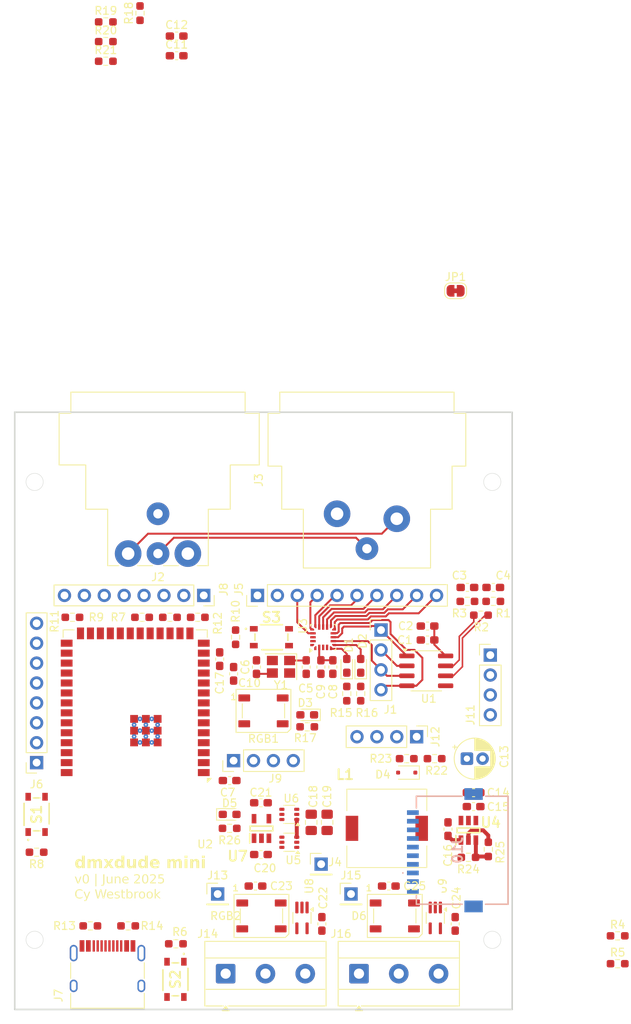
<source format=kicad_pcb>
(kicad_pcb (version 20241229) (generator "pcbnew") (generator_version "9.0")
  (layers (0 "F.Cu" signal) (2 "B.Cu" signal) (13 "F.Paste" user) (15 "B.Paste" user) (5 "F.SilkS" user "F.Silkscreen") (7 "B.SilkS" user "B.Silkscreen") (1 "F.Mask" user) (3 "B.Mask" user) (25 "Edge.Cuts" user))
  (net 0 "")
  (net 1 "GND")
  (net 2 "DMX+")
  (net 3 "DMX-")
  (net 4 "+5V")
  (net 5 "+3.3V")
  (net 6 "/MCU/J_ESP_1_5")
  (net 7 "/MCU/J_ESP_1_8")
  (net 8 "/MCU/J_ESP_1_6")
  (net 9 "/MCU/J_ESP_1_7")
  (net 10 "/MCU/J_ESP_2_6")
  (net 11 "WS2812_1")
  (net 12 "ESP32_LED")
  (net 13 "SD_MISO")
  (net 14 "SD_SCK")
  (net 15 "SD_CS")
  (net 16 "SD_MOSI")
  (net 17 "+VDC")
  (net 18 "USB-")
  (net 19 "USB+")
  (net 20 "STM32_RX")
  (net 21 "ESP32_BOOT")
  (net 22 "ESP32_RESET")
  (net 23 "STM32_TX")
  (net 24 "OUT_EN")
  (net 25 "STM32_RESET")
  (net 29 "DMX_RX")
  (net 30 "DMX_TX")
  (net 31 "DMX_DE")
  (net 32 "WS2812_2")
  (net 33 "OLED_SDA")
  (net 34 "V_SENSE_VDC")
  (net 35 "OLED_SCL")
  (net 36 "STM32_SWDIO")
  (net 37 "STM32_SWDCLK")
  (net 38 "VBUS")
  (net 40 "Net-(J1-Pin_2)")
  (net 41 "/MCU/J_ESP_1_3")
  (net 42 "/MCU/J_ESP_1_4")
  (net 43 "/MCU/J_ESP_1_2")
  (net 44 "/MCU/J_ESP_1_1")
  (net 45 "/MCU/J_ESP_2_5")
  (net 46 "/MCU/J_ESP_2_1")
  (net 47 "/MCU/J_ESP_2_2")
  (net 48 "ESP32_WS2812")
  (net 49 "Net-(U3-PC14)")
  (net 50 "Net-(U3-PC15)")
  (net 51 "Net-(U4-CB)")
  (net 52 "Net-(U4-SW)")
  (net 53 "Net-(U5-~{CE})")
  (net 54 "Net-(D1-A)")
  (net 55 "Net-(D1-K)")
  (net 56 "Net-(D2-A)")
  (net 57 "Net-(D2-K)")
  (net 58 "Net-(D3-K)")
  (net 59 "Net-(D5-K)")
  (net 61 "Net-(J5-Pin_7)")
  (net 62 "Net-(J5-Pin_8)")
  (net 63 "Net-(J5-Pin_10)")
  (net 64 "Net-(J5-Pin_9)")
  (net 65 "Net-(J5-Pin_6)")
  (net 66 "Net-(J5-Pin_5)")
  (net 67 "Net-(J7-CC1)")
  (net 68 "Net-(J7-CC2)")
  (net 75 "Net-(J14-Pin_2)")
  (net 76 "Net-(J16-Pin_2)")
  (net 77 "Net-(U2-IO45)")
  (net 78 "Net-(U4-FB)")
  (footprint "Resistor_SMD:R_0603_1608Metric_Pad0.98x0.95mm_HandSolder" (layer "F.Cu") (at 119.576 28.908)
    (property "Reference" "R20")
    (property "Value" "10k")
  )
  (footprint "RF_Module:ESP32-S3-WROOM-2" (layer "F.Cu") (at 123.33 116.914 180)
    (property "Reference" "U2")
    (property "Value" "ESP32-S3-WROOM-1")
  )
  (footprint "Resistor_SMD:R_0603_1608Metric_Pad0.98x0.95mm_HandSolder" (layer "F.Cu") (at 152.112 112.0985 -90)
    (property "Reference" "R16")
    (property "Value" "470")
  )
  (footprint "Resistor_SMD:R_0603_1608Metric_Pad0.98x0.95mm_HandSolder" (layer "F.Cu") (at 135.382 129.286)
    (property "Reference" "R26")
    (property "Value" "470")
  )
  (footprint "LED_SMD:LED_0603_1608Metric_Pad1.05x0.95mm_HandSolder" (layer "F.Cu") (at 145.288 114.808 180)
    (property "Reference" "D3")
    (property "Value" "LED")
  )
  (footprint "SamacSys_Parts:SOT95P280X145-6N" (layer "F.Cu") (at 165.862 129.54 90)
    (property "Reference" "U4")
    (property "Value" "LMR51610XDBVR" (hide yes))
  )
  (footprint "Connector_PinHeader_2.54mm:PinHeader_1x04_P2.54mm_Vertical" (layer "F.Cu") (at 154.705 103.986661)
    (property "Reference" "J1")
    (property "Value" "Conn_01x04")
  )
  (footprint "Capacitor_SMD:C_0603_1608Metric_Pad1.08x0.95mm_HandSolder" (layer "F.Cu") (at 148.556 108.7055 -90)
    (property "Reference" "C8")
    (property "Value" "100n")
  )
  (footprint "Resistor_SMD:R_0603_1608Metric_Pad0.98x0.95mm_HandSolder" (layer "F.Cu") (at 165.734 100.33 180)
    (property "Reference" "R3")
    (property "Value" "10k")
  )
  (footprint "Capacitor_THT:CP_Radial_D5.0mm_P2.00mm" (layer "F.Cu") (at 165.668888 120.396)
    (property "Reference" "C13")
    (property "Value" "C_Polarized")
  )
  (footprint "Resistor_SMD:R_0603_1608Metric_Pad0.98x0.95mm_HandSolder" (layer "F.Cu") (at 124.206 102.362 180)
    (property "Reference" "R9")
    (property "Value" "5.1k")
  )
  (footprint "Capacitor_SMD:C_0603_1608Metric_Pad1.08x0.95mm_HandSolder" (layer "F.Cu") (at 160.6475 103.478661 180)
    (property "Reference" "C2")
    (property "Value" "1u")
  )
  (footprint "Capacitor_SMD:C_0805_2012Metric_Pad1.18x1.45mm_HandSolder" (layer "F.Cu") (at 147.828 128.524 90)
    (property "Reference" "C19")
    (property "Value" "10u")
  )
  (footprint "Package_TO_SOT_SMD:SOT-353_SC-70-5_Handsoldering" (layer "F.Cu") (at 144.616 140.716 -90)
    (property "Reference" "U8")
    (property "Value" "74AHCT1G125")
  )
  (footprint "Capacitor_SMD:C_0603_1608Metric_Pad1.08x0.95mm_HandSolder" (layer "F.Cu") (at 165.734 98.552 180)
    (property "Reference" "C3")
    (property "Value" "C")
  )
  (footprint "SamacSys_Parts:RKB2SJM250SMTRLFS" (layer "F.Cu") (at 110.744 127.508 90)
    (property "Reference" "S1")
    (property "Value" "RKB2SJM250SMTR_LFS" (hide yes))
  )
  (footprint "Capacitor_SMD:C_0603_1608Metric_Pad1.08x0.95mm_HandSolder" (layer "F.Cu") (at 138.684 136.652)
    (property "Reference" "C23")
    (property "Value" "100n")
  )
  (footprint "Resistor_SMD:R_0603_1608Metric_Pad0.98x0.95mm_HandSolder" (layer "F.Cu") (at 169.036 100.33 180)
    (property "Reference" "R1")
    (property "Value" "10k")
  )
  (footprint "Resistor_SMD:R_0603_1608Metric_Pad0.98x0.95mm_HandSolder" (layer "F.Cu") (at 122.428 141.732 180)
    (property "Reference" "R14")
    (property "Value" "5.1k")
  )
  (footprint "Capacitor_SMD:C_0603_1608Metric_Pad1.08x0.95mm_HandSolder" (layer "F.Cu") (at 145.1575 108.712 -90)
    (property "Reference" "C5")
    (property "Value" "6.8p")
  )
  (footprint "Connector_PinHeader_2.54mm:PinHeader_1x01_P2.54mm_Vertical" (layer "F.Cu") (at 133.858 137.668)
    (property "Reference" "J13")
    (property "Value" "Conn_01x01")
  )
  (footprint "Capacitor_SMD:C_0603_1608Metric_Pad1.08x0.95mm_HandSolder" (layer "F.Cu") (at 169.036 98.552)
    (property "Reference" "C4")
    (property "Value" "C")
  )
  (footprint "Capacitor_SMD:C_0603_1608Metric_Pad1.08x0.95mm_HandSolder" (layer "F.Cu") (at 166.5235 126.512 180)
    (property "Reference" "C15")
    (property "Value" "100n")
  )
  (footprint "Resistor_SMD:R_0603_1608Metric_Pad0.98x0.95mm_HandSolder" (layer "F.Cu") (at 128.524 144.018 180)
    (property "Reference" "R6")
    (property "Value" "5.1k")
  )
  (footprint "Resistor_SMD:R_0603_1608Metric_Pad0.98x0.95mm_HandSolder" (layer "F.Cu") (at 117.602 141.732)
    (property "Reference" "R13")
    (property "Value" "5.1k")
  )
  (footprint "Capacitor_SMD:C_0805_2012Metric_Pad1.18x1.45mm_HandSolder" (layer "F.Cu") (at 145.796 128.524 90)
    (property "Reference" "C18")
    (property "Value" "10u")
  )
  (footprint "Resistor_SMD:R_0603_1608Metric_Pad0.98x0.95mm_HandSolder" (layer "F.Cu") (at 184.912 146.558)
    (property "Reference" "R5")
    (property "Value" "5.1k")
  )
  (footprint "Capacitor_SMD:C_0603_1608Metric_Pad1.08x0.95mm_HandSolder" (layer "F.Cu") (at 139.38 126.024 180)
    (property "Reference" "C21")
    (property "Value" "1u")
  )
  (footprint "Connector_Audio:Jack_XLR_Neutrik_NC3FAAH_Horizontal" (layer "F.Cu") (at 149.098 89.154 90)
    (property "Reference" "J3")
    (property "Value" "NC3FAAH")
  )
  (footprint "Capacitor_SMD:C_0603_1608Metric_Pad1.08x0.95mm_HandSolder" (layer "F.Cu") (at 147.032 108.7055 -90)
    (property "Reference" "C9")
    (property "Value" "1u")
  )
  (footprint "Package_TO_SOT_SMD:SOT-363_SC-70-6" (layer "F.Cu") (at 143.002 131.064 180)
    (property "Reference" "U5")
    (property "Value" "LM66100DCK")
  )
  (footprint "Resistor_SMD:R_0603_1608Metric_Pad0.98x0.95mm_HandSolder" (layer "F.Cu") (at 115.316 102.362 180)
    (property "Reference" "R11")
    (property "Value" "5.1k")
  )
  (footprint "Capacitor_SMD:C_0603_1608Metric_Pad1.08x0.95mm_HandSolder" (layer "F.Cu") (at 135.89 109.5745 90)
    (property "Reference" "C10")
    (property "Value" "100n")
  )
  (footprint "Capacitor_SMD:C_0603_1608Metric_Pad1.08x0.95mm_HandSolder" (layer "F.Cu") (at 128.6195 28.206)
    (property "Reference" "C12")
    (property "Value" "100n")
  )
  (footprint "Capacitor_SMD:C_0603_1608Metric_Pad1.08x0.95mm_HandSolder" (layer "F.Cu") (at 160.6475 105.256661 180)
    (property "Reference" "C1")
    (property "Value" "100n")
  )
  (footprint "Capacitor_SMD:C_0603_1608Metric_Pad1.08x0.95mm_HandSolder" (layer "F.Cu") (at 138.8075 108.712 90)
    (property "Reference" "C6")
    (property "Value" "6.8p")
  )
  (footprint "Connector_PinSocket_2.54mm:PinSocket_1x08_P2.54mm_Vertical" (layer "F.Cu") (at 132.08 99.568 -90)
    (property "Reference" "J8")
    (property "Value" "Conn_01x08")
  )
  (footprint "LED_SMD:LED_0603_1608Metric_Pad1.05x0.95mm_HandSolder" (layer "F.Cu") (at 150.334 108.552 90)
    (property "Reference" "D1")
    (property "Value" "LED")
  )
  (footprint "SamacSys_Parts:RKB2SJM250SMTRLFS" (layer "F.Cu") (at 128.465 148.554 -90)
    (property "Reference" "S2")
    (property "Value" "RKB2SJM250SMTR_LFS" (hide yes))
  )
  (footprint "LED_SMD:LED_0603_1608Metric_Pad1.05x0.95mm_HandSolder" (layer "F.Cu") (at 135.382 127.508)
    (property "Reference" "D5")
    (property "Value" "LED")
  )
  (footprint "Connector_USB:USB_C_Receptacle_HRO_TYPE-C-31-M-12" (layer "F.Cu") (at 119.792 148.336)
    (property "Reference" "J7")
    (property "Value" "USB_C_Receptacle_USB2.0_16P")
  )
  (footprint "Resistor_SMD:R_0603_1608Metric_Pad0.98x0.95mm_HandSolder" (layer "F.Cu") (at 119.576 31.418)
    (property "Reference" "R21")
    (property "Value" "10k")
  )
  (footprint "Capacitor_SMD:C_0603_1608Metric_Pad1.08x0.95mm_HandSolder" (layer "F.Cu") (at 155.702 136.652)
    (property "Reference" "C25")
    (property "Value" "100n")
  )
  (footprint "SamacSys_Parts:RKB2SJM250SMTRLFS" (layer "F.Cu") (at 140.716 104.902)
    (property "Reference" "S3")
    (property "Value" "RKB2SJM250SMTR_LFS" (hide yes))
  )
  (footprint "Resistor_SMD:R_0603_1608Metric_Pad0.98x0.95mm_HandSolder" (layer "F.Cu") (at 131.318 102.362)
    (property "Reference" "R12")
    (property "Value" "5.1k")
  )
  (footprint "Capacitor_SMD:C_0603_1608Metric_Pad1.08x0.95mm_HandSolder" (layer "F.Cu") (at 139.38 132.628 180)
    (property "Reference" "C20")
    (property "Value" "1u")
  )
  (footprint "LED_SMD:LED_WS2812B_PLCC4_5.0x5.0mm_P3.2mm" (layer "F.Cu") (at 156.464 140.462)
    (property "Reference" "D6")
    (property "Value" "WS2812B")
  )
  (footprint "Connector_PinSocket_2.54mm:PinSocket_1x08_P2.54mm_Vertical" (layer "F.Cu") (at 110.744 120.904 180)
    (property "Reference" "J6")
    (property "Value" "Conn_01x08")
  )
  (footprint "LED_SMD:LED_WS2812B_PLCC4_5.0x5.0mm_P3.2mm" (layer "F.Cu") (at 139.446 140.462)
    (property "Reference" "RGB2")
    (property "Value" "WS2812B")
  )
  (footprint "Connector_PinHeader_2.54mm:PinHeader_1x04_P2.54mm_Vertical" (layer "F.Cu") (at 159.258 117.602 -90)
    (property "Reference" "J12")
    (property "Value" "Conn_01x04")
  )
  (footprint "Connector_PinHeader_2.54mm:PinHeader_1x01_P2.54mm_Vertical" (layer "F.Cu") (at 147.066 133.858)
    (property "Reference" "J4")
    (property "Value" "Conn_01x01")
  )
  (footprint "Capacitor_SMD:C_0603_1608Metric_Pad1.08x0.95mm_HandSolder" (layer "F.Cu") (at 164.174 141.478 90)
    (property "Reference" "C24")
    (property "Value" "100n")
  )
  (footprint "Resistor_SMD:R_0603_1608Metric_Pad0.98x0.95mm_HandSolder" (layer "F.Cu") (at 127.762 102.362)
    (property "Reference" "R7")
    (property "Value" "5.1k")
  )
  (footprint "Resistor_SMD:R_0603_1608Metric_Pad0.98x0.95mm_HandSolder" (layer "F.Cu") (at 157.988 120.396 180)
    (property "Reference" "R23")
    (property "Value" "5.1k")
  )
  (footprint "Capacitor_SMD:C_0603_1608Metric_Pad1.08x0.95mm_HandSolder" (layer "F.Cu") (at 147.156 141.478 90)
    (property "Reference" "C22")
    (property "Value" "100n")
  )
  (footprint "Resistor_SMD:R_0603_1608Metric_Pad0.98x0.95mm_HandSolder" (layer "F.Cu") (at 165.862 132.986)
    (property "Reference" "R24")
    (property "Value" "100k")
  )
  (footprint "Capacitor_SMD:C_0603_1608Metric_Pad1.08x0.95mm_HandSolder" (layer "F.Cu") (at 128.6195 30.716)
    (property "Reference" "C11")
    (property "Value" "1u")
  )
  (footprint "Crystal:Crystal_SMD_Abracon_ABM8AIG-4Pin_3.2x2.5mm" (layer "F.Cu") (at 141.9395 108.674 180)
    (property "Reference" "Y1")
    (property "Value" "Crystal_GND24")
  )
  (footprint "LED_SMD:LED_0603_1608Metric_Pad1.05x0.95mm_HandSolder" (layer "F.Cu") (at 152.112 108.552 90)
    (property "Reference" "D2")
    (property "Value" "LED")
  )
  (footprint "Package_TO_SOT_SMD:SOT-363_SC-70-6" (layer "F.Cu") (at 143.002 127.508 180)
    (property "Reference" "U6")
    (property "Value" "LM66100DCK")
  )
  (footprint "SamacSys_Parts:SRR1050A221Y" (layer "F.Cu") (at 155.448 129.286 -90)
    (property "Reference" "L1")
    (property "Value" "SRR1050A-270Y" (hide yes))
  )
  (footprint "SamacSys_Parts:SOT95P280X145-5N" (layer "F.Cu") (at 139.446 129.306 90)
    (property "Reference" "U7")
    (property "Value" "TLV74033PDBVR" (hide yes))
  )
  (footprint "Capacitor_SMD:C_0603_1608Metric_Pad1.08x0.95mm_HandSolder" (layer "F.Cu") (at 163.256 129.3865 -90)
    (property "Reference" "C16")
    (property "Value" "100n")
  )
  (footprint "Resistor_SMD:R_0603_1608Metric_Pad0.98x0.95mm_HandSolder" (layer "F.Cu") (at 145.288 116.332 180)
    (property "Reference" "R17")
    (property "Value" "470")
  )
  (footprint "Connector_PinHeader_2.54mm:PinHeader_1x04_P2.54mm_Vertical" (layer "F.Cu") (at 168.656 107.188)
    (property "Reference" "J11")
    (property "Value" "Conn_01x04")
  )
  (footprint "Connector_Audio:Jack_XLR_Neutrik_NC3MAAH_Horizontal" (layer "F.Cu") (at 130.048 94.234 180)
    (property "Reference" "J2")
    (property "Value" "NC3MAAH")
  )
  (footprint "Capacitor_SMD:C_0603_1608Metric_Pad1.08x0.95mm_HandSolder" (layer "F.Cu") (at 166.5235 124.734 180)
    (property "Reference" "C14")
    (property "Value" "1u")
  )
  (footprint "Resistor_SMD:R_0603_1608Metric_Pad0.98x0.95mm_HandSolder" (layer "F.Cu") (at 136.144 104.902 90)
    (property "Reference" "R10")
    (property "Value" "5.1k")
  )
  (footprint "Resistor_SMD:R_0603_1608Metric_Pad0.98x0.95mm_HandSolder" (layer "F.Cu") (at 161.544 120.396 180)
    (property "Reference" "R22")
    (property "Value" "100k")
  )
  (footprint "TerminalBlock_MetzConnect:TerminalBlock_MetzConnect_Type101_RT01603HBWC_1x03_P5.08mm_Horizontal" (layer "F.Cu") (at 134.874 147.828)
    (property "Reference" "J14")
    (property "Value" "Screw_Terminal_01x03")
  )
  (footprint "Resistor_SMD:R_0603_1608Metric_Pad0.98x0.95mm_HandSolder" (layer "F.Cu") (at 167.462161 102.089 180)
    (property "Reference" "R2")
    (property "Value" "R")
  )
  (footprint "Jumper:SolderJumper-2_P1.3mm_Bridged_RoundedPad1.0x1.5mm" (layer "F.Cu") (at 164.226 60.706)
    (property "Reference" "JP1")
    (property "Value" "SolderJumper_2_Bridged")
  )
  (footprint "Package_DFN_QFN:ST_UFQFPN-20_3x3mm_P0.5mm" (layer "F.Cu") (at 147.32 104.902 90)
    (property "Reference" "U3")
    (property "Value" "STM32C011F4Ux")
  )
  (footprint "Resistor_SMD:R_0603_1608Metric_Pad0.98x0.95mm_HandSolder" (layer "F.Cu") (at 119.576 26.398)
    (property "Reference" "R19")
    (property "Value" "10k")
  )
  (footprint "Resistor_SMD:R_0603_1608Metric_Pad0.98x0.95mm_HandSolder" (layer "F.Cu") (at 123.944 25.2785 90)
    (property "Reference" "R18")
    (property "Value" "10k")
  )
  (footprint "TerminalBlock_MetzConnect:TerminalBlock_MetzConnect_Type101_RT01603HBWC_1x03_P5.08mm_Horizontal" (layer "F.Cu") (at 151.892 147.828)
    (property "Reference" "J16")
    (property "Value" "Screw_Terminal_01x03")
  )
  (footprint "Capacitor_SMD:C_0603_1608Metric_Pad1.08x0.95mm_HandSolder" (layer "F.Cu") (at 135.382 123.19)
    (property "Reference" "C7")
    (property "Value" "100n")
  )
  (footprint "Resistor_SMD:R_0603_1608Metric_Pad0.98x0.95mm_HandSolder" (layer "F.Cu") (at 150.334 112.0985 -90)
    (property "Reference" "R15")
    (property "Value" "470")
  )
  (footprint "Package_SO:SOIC-8_3.9x4.9mm_P1.27mm" (layer "F.Cu") (at 160.482 109.193661)
    (property "Reference" "U1")
    (property "Value" "ST485E")
  )
  (footprint "Resistor_SMD:R_0603_1608Metric_Pad0.98x0.95mm_HandSolder" (layer "F.Cu") (at 110.744 132.334)
    (property "Reference" "R8")
    (property "Value" "5.1k")
  )
  (footprint "Connector_PinHeader_2.54mm:PinHeader_1x04_P2.54mm_Vertical" (layer "F.Cu") (at 135.89 120.65 90)
    (property "Reference" "J9")
    (property "Value" "Conn_01x04")
  )
  (footprint "LED_SMD:LED_WS2812B_PLCC4_5.0x5.0mm_P3.2mm" (layer "F.Cu") (at 139.7 114.3)
    (property "Reference" "RGB1")
    (property "Value" "WS2812B")
  )
  (footprint "Resistor_SMD:R_0603_1608Metric_Pad0.98x0.95mm_HandSolder" (layer "F.Cu") (at 168.402 131.97 90)
    (property "Reference" "R25")
    (property "Value" "19.1k")
  )
  (footprint "Capacitor_SMD:C_0603_1608Metric_Pad1.08x0.95mm_HandSolder" (layer "F.Cu") (at 134.112 107.696 90)
    (property "Reference" "C17")
    (property "Value" "100n")
  )
  (footprint "Connector_PinHeader_2.54mm:PinHeader_1x10_P2.54mm_Vertical" (layer "F.Cu") (at 138.938 99.568 90)
    (property "Reference" "J5")
    (property "Value" "Conn_01x10")
  )
  (footprint "Package_TO_SOT_SMD:SOT-353_SC-70-5_Handsoldering" (layer "F.Cu") (at 161.634 140.716 -90)
    (property "Reference" "U9")
    (property "Value" "74AHCT1G125")
  )
  (footprint "Connector_PinHeader_2.54mm:PinHeader_1x01_P2.54mm_Vertical" (layer "F.Cu") (at 150.876 137.668)
    (property "Reference" "J15")
    (property "Value" "Conn_01x01")
  )
  (footprint "Diode_SMD:D_SOD-323F" (layer "F.Cu") (at 157.988 122.174 180)
    (property "Reference" "D4")
    (property "Value" "MM3Zxx")
  )
  (footprint "Resistor_SMD:R_0603_1608Metric_Pad0.98x0.95mm_HandSolder" (layer "F.Cu") (at 184.912 143.002)
    (property "Reference" "R4")
    (property "Value" "5.1k")
  )
  (footprint "SamacSys_Parts:MSD11A" (layer "B.Cu") (at 164.846 132.08 -90)
    (property "Reference" "J10")
    (property "Value" "MSD-11-A" (hide yes))
  )
  (gr_circle (center 168.91 143.51) (end 170.01 143.51) (stroke (width 0.05)) (fill no) (layer "Edge.Cuts"))
  (gr_rect (start 107.95 76.2) (end 171.45 152.4) (stroke (width 0.2)) (fill no) (layer "Edge.Cuts"))
  (gr_circle (center 110.49 85.09) (end 111.59 85.09) (stroke (width 0.05)) (fill no) (layer "Edge.Cuts"))
  (gr_circle (center 168.91 85.09) (end 170.01 85.09) (stroke (width 0.05)) (fill no) (layer "Edge.Cuts"))
  (gr_circle (center 110.49 143.51) (end 111.59 143.51) (stroke (width 0.05)) (fill no) (layer "Edge.Cuts"))
  (gr_text "v0 | June 2025\nCy Westbrook" (at 115.57 138.43 0) (layer "F.SilkS") (effects (font (size 1.143 1.143) (thickness 0.28575)) (justify left bottom)))
  (gr_text "dmxdude mini\n" (at 115.57 134.62 0) (layer "F.SilkS") (effects (font (size 1.5 1.5) (thickness 0.3) (bold yes)) (justify left bottom)))
  (segment (start 165.862 129.938) (end 166.26 129.54) (width 0.5) (layer "F.Cu") (net 1))
  (segment (start 166.26 129.54) (end 167.75 129.54) (width 0.5) (layer "F.Cu") (net 1))
  (segment (start 167.75 129.54) (end 168.402 130.192) (width 0.5) (layer "F.Cu") (net 1))
  (segment (start 168.402 130.192) (end 168.402 131.0575) (width 0.5) (layer "F.Cu") (net 1))
  (segment (start 165.862 130.79) (end 165.862 129.938) (width 0.5) (layer "F.Cu") (net 1))
  (segment (start 128.264 92.208) (end 151.512 92.208) (width 0.25) (layer "F.Cu") (net 2))
  (segment (start 162.957 109.828661) (end 163.931999 109.828661) (width 0.2) (layer "F.Cu") (net 2))
  (segment (start 165.1 105.005831) (end 168.016831 102.089) (width 0.2) (layer "F.Cu") (net 2))
  (segment (start 163.931999 109.828661) (end 165.1 108.66066) (width 0.2) (layer "F.Cu") (net 2))
  (segment (start 126.238 94.234) (end 128.264 92.208) (width 0.25) (layer "F.Cu") (net 2))
  (segment (start 151.512 92.208) (end 152.908 93.604) (width 0.25) (layer "F.Cu") (net 2))
  (segment (start 165.1 108.66066) (end 165.1 105.005831) (width 0.2) (layer "F.Cu") (net 2))
  (segment (start 168.016831 102.089) (end 168.374661 102.089) (width 0.2) (layer "F.Cu") (net 2))
  (segment (start 163.931999 108.558661) (end 164.7 107.79066) (width 0.2) (layer "F.Cu") (net 3))
  (segment (start 166.549661 102.944339) (end 166.549661 102.089) (width 0.2) (layer "F.Cu") (net 3))
  (segment (start 122.428 94.234) (end 124.968 91.694) (width 0.25) (layer "F.Cu") (net 3))
  (segment (start 154.813 91.694) (end 156.718 89.789) (width 0.25) (layer "F.Cu") (net 3))
  (segment (start 164.7 107.79066) (end 164.7 104.794) (width 0.2) (layer "F.Cu") (net 3))
  (segment (start 162.957 108.558661) (end 163.931999 108.558661) (width 0.2) (layer "F.Cu") (net 3))
  (segment (start 124.968 91.694) (end 154.813 91.694) (width 0.25) (layer "F.Cu") (net 3))
  (segment (start 164.7 104.794) (end 166.549661 102.944339) (width 0.2) (layer "F.Cu") (net 3))
  (segment (start 161.51 105.841661) (end 162.957 107.288661) (width 0.25) (layer "F.Cu") (net 4))
  (segment (start 161.51 103.478661) (end 161.51 105.841661) (width 0.25) (layer "F.Cu") (net 4))
  (segment (start 146.82 106.202) (end 146.82 107.631) (width 0.25) (layer "F.Cu") (net 5))
  (segment (start 147.032 107.843) (end 148.556 107.843) (width 0.25) (layer "F.Cu") (net 5))
  (segment (start 146.82 107.631) (end 147.032 107.843) (width 0.25) (layer "F.Cu") (net 5))
  (segment (start 153.504057 103.472) (end 154.190339 103.472) (width 0.25) (layer "F.Cu") (net 29))
  (segment (start 149.978 103.544) (end 153.432057 103.544) (width 0.25) (layer "F.Cu") (net 29))
  (segment (start 149.752 103.785) (end 149.826 103.711) (width 0.25) (layer "F.Cu") (net 29))
  (segment (start 149.225916 104.902) (end 149.752 104.375916) (width 0.25) (layer "F.Cu") (net 29))
  (segment (start 149.826 103.711) (end 149.826 103.696) (width 0.25) (layer "F.Cu") (net 29))
  (segment (start 158.007 107.288661) (end 154.705 103.986661) (width 0.25) (layer "F.Cu") (net 29))
  (segment (start 154.190339 103.472) (end 154.705 103.986661) (width 0.25) (layer "F.Cu") (net 29))
  (segment (start 153.432057 103.544) (end 153.504057 103.472) (width 0.25) (layer "F.Cu") (net 29))
  (segment (start 149.752 104.375916) (end 149.752 103.785) (width 0.25) (layer "F.Cu") (net 29))
  (segment (start 149.826 103.696) (end 149.978 103.544) (width 0.25) (layer "F.Cu") (net 29))
  (segment (start 148.62 104.902) (end 149.225916 104.902) (width 0.25) (layer "F.Cu") (net 29))
  (segment (start 159.986 107.536) (end 159.986 110.33) (width 0.25) (layer "F.Cu") (net 30))
  (segment (start 155.668 102.71) (end 155.922 102.964) (width 0.25) (layer "F.Cu") (net 30))
  (segment (start 159.217339 111.098661) (end 158.007 111.098661) (width 0.25) (layer "F.Cu") (net 30))
  (segment (start 153.629661 102.71) (end 155.668 102.71) (width 0.25) (layer "F.Cu") (net 30))
  (segment (start 155.213 111.098661) (end 154.705 111.606661) (width 0.25) (layer "F.Cu") (net 30))
  (segment (start 148.639 104.383) (end 149.107106 104.383) (width 0.25) (layer "F.Cu") (net 30))
  (segment (start 149.51281 103.093) (end 153.246661 103.093) (width 0.25) (layer "F.Cu") (net 30))
  (segment (start 157.954 106.52) (end 158.97 106.52) (width 0.25) (layer "F.Cu") (net 30))
  (segment (start 149.301 103.30481) (end 149.51281 103.093) (width 0.25) (layer "F.Cu") (net 30))
  (segment (start 158.007 111.098661) (end 155.213 111.098661) (width 0.25) (layer "F.Cu") (net 30))
  (segment (start 158.97 106.52) (end 159.986 107.536) (width 0.25) (layer "F.Cu") (net 30))
  (segment (start 153.246661 103.093) (end 153.629661 102.71) (width 0.25) (layer "F.Cu") (net 30))
  (segment (start 148.62 104.402) (end 148.639 104.383) (width 0.25) (layer "F.Cu") (net 30))
  (segment (start 155.922 104.488) (end 157.954 106.52) (width 0.25) (layer "F.Cu") (net 30))
  (segment (start 155.922 102.964) (end 155.922 104.488) (width 0.25) (layer "F.Cu") (net 30))
  (segment (start 149.301 104.189106) (end 149.301 103.30481) (width 0.25) (layer "F.Cu") (net 30))
  (segment (start 149.107106 104.383) (end 149.301 104.189106) (width 0.25) (layer "F.Cu") (net 30))
  (segment (start 159.986 110.33) (end 159.217339 111.098661) (width 0.25) (layer "F.Cu") (net 30))
  (segment (start 153.529 107.890661) (end 154.705 109.066661) (width 0.25) (layer "F.Cu") (net 31))
  (segment (start 155.467 109.828661) (end 154.705 109.066661) (width 0.25) (layer "F.Cu") (net 31))
  (segment (start 153.529 105.905) (end 153.529 107.890661) (width 0.25) (layer "F.Cu") (net 31))
  (segment (start 158.007 109.828661) (end 155.467 109.828661) (width 0.25) (layer "F.Cu") (net 31))
  (segment (start 153.026 105.402) (end 153.529 105.905) (width 0.25) (layer "F.Cu") (net 31))
  (segment (start 148.62 105.402) (end 153.026 105.402) (width 0.25) (layer "F.Cu") (net 31))
  (segment (start 132.133 108.151) (end 132.08 108.204) (width 0.25) (layer "F.Cu") (net 34))
  (segment (start 145.69 100.436) (end 146.558 99.568) (width 0.25) (layer "F.Cu") (net 36))
  (segment (start 145.69 103.747) (end 145.69 100.436) (width 0.25) (layer "F.Cu") (net 36))
  (segment (start 145.845 103.902) (end 145.69 103.747) (width 0.25) (layer "F.Cu") (net 36))
  (segment (start 144.018 103) (end 144.018 99.568) (width 0.25) (layer "F.Cu") (net 37))
  (segment (start 145.42 104.402) (end 144.018 103) (width 0.25) (layer "F.Cu") (net 37))
  (segment (start 146.02 104.402) (end 145.42 104.402) (width 0.25) (layer "F.Cu") (net 37))
  (segment (start 156.737 108.558661) (end 158.007 108.558661) (width 0.25) (layer "F.Cu") (net 40))
  (segment (start 154.705 106.526661) (end 156.737 108.558661) (width 0.25) (layer "F.Cu") (net 40))
  (segment (start 143.0395 107.874) (end 145.133 107.874) (width 0.25) (layer "F.Cu") (net 49))
  (segment (start 145.133 107.874) (end 145.1575 107.8495) (width 0.25) (layer "F.Cu") (net 49))
  (segment (start 140.739 109.5745) (end 140.8395 109.474) (width 0.25) (layer "F.Cu") (net 50))
  (segment (start 138.8075 109.5745) (end 140.739 109.5745) (width 0.25) (layer "F.Cu") (net 50))
  (segment (start 164.912 130.79) (end 163.797 130.79) (width 0.5) (layer "F.Cu") (net 51))
  (segment (start 163.797 130.79) (end 163.256 130.249) (width 0.5) (layer "F.Cu") (net 51))
  (segment (start 143.952 130.414) (end 143.952 128.158) (width 0.5) (layer "F.Cu") (net 53))
  (segment (start 148.32 106.377) (end 148.476894 106.377) (width 0.25) (layer "F.Cu") (net 54))
  (segment (start 148.482894 106.383) (end 149.107106 106.383) (width 0.25) (layer "F.Cu") (net 54))
  (segment (start 149.107106 106.383) (end 149.113106 106.377) (width 0.25) (layer "F.Cu") (net 54))
  (segment (start 148.476894 106.377) (end 148.482894 106.383) (width 0.25) (layer "F.Cu") (net 54))
  (segment (start 149.683 106.377) (end 150.334 107.028) (width 0.25) (layer "F.Cu") (net 54))
  (segment (start 150.334 107.028) (end 150.334 107.677) (width 0.25) (layer "F.Cu") (net 54))
  (segment (start 149.113106 106.377) (end 149.683 106.377) (width 0.25) (layer "F.Cu") (net 54))
  (segment (start 148.795 105.902) (end 151.5505 105.902) (width 0.25) (layer "F.Cu") (net 56))
  (segment (start 151.5505 105.902) (end 152.112 106.4635) (width 0.25) (layer "F.Cu") (net 56))
  (segment (start 152.112 106.4635) (end 152.112 107.677) (width 0.25) (layer "F.Cu") (net 56))
  (segment (start 147.32 103.602) (end 147.32 102.36762) (width 0.25) (layer "F.Cu") (net 61))
  (segment (start 152.457 101.289) (end 154.178 99.568) (width 0.25) (layer "F.Cu") (net 61))
  (segment (start 147.32 102.36762) (end 148.39862 101.289) (width 0.25) (layer "F.Cu") (net 61))
  (segment (start 148.39862 101.289) (end 152.457 101.289) (width 0.25) (layer "F.Cu") (net 61))
  (segment (start 152.64381 101.74) (end 153.03781 101.346) (width 0.25) (layer "F.Cu") (net 62))
  (segment (start 153.03781 101.346) (end 154.94 101.346) (width 0.25) (layer "F.Cu") (net 62))
  (segment (start 154.94 101.346) (end 156.718 99.568) (width 0.25) (layer "F.Cu") (net 62))
  (segment (start 147.82 103.602) (end 147.82 102.624) (width 0.25) (layer "F.Cu") (net 62))
  (segment (start 148.704 101.74) (end 152.64381 101.74) (width 0.25) (layer "F.Cu") (net 62))
  (segment (start 147.82 102.624) (end 148.704 101.74) (width 0.25) (layer "F.Cu") (net 62))
  (segment (start 148.795 103.745106) (end 148.801 103.739106) (width 0.25) (layer "F.Cu") (net 63))
  (segment (start 155.70762 101.854) (end 159.512 101.854) (width 0.25) (layer "F.Cu") (net 63))
  (segment (start 153.01743 102.642) (end 153.41143 102.248) (width 0.25) (layer "F.Cu") (net 63))
  (segment (start 148.795 103.902) (end 148.795 103.745106) (width 0.25) (layer "F.Cu") (net 63))
  (segment (start 149.132 102.642) (end 153.01743 102.642) (width 0.25) (layer "F.Cu") (net 63))
  (segment (start 148.801 102.973) (end 149.132 102.642) (width 0.25) (layer "F.Cu") (net 63))
  (segment (start 153.41143 102.248) (end 155.31362 102.248) (width 0.25) (layer "F.Cu") (net 63))
  (segment (start 148.801 103.739106) (end 148.801 102.973) (width 0.25) (layer "F.Cu") (net 63))
  (segment (start 155.31362 102.248) (end 155.70762 101.854) (width 0.25) (layer "F.Cu") (net 63))
  (segment (start 159.512 101.854) (end 161.798 99.568) (width 0.25) (layer "F.Cu") (net 63))
  (segment (start 155.57781 101.346) (end 157.48 101.346) (width 0.25) (layer "F.Cu") (net 64))
  (segment (start 155.12681 101.797) (end 155.57781 101.346) (width 0.25) (layer "F.Cu") (net 64))
  (segment (start 152.83062 102.191) (end 153.22462 101.797) (width 0.25) (layer "F.Cu") (net 64))
  (segment (start 148.89081 102.191) (end 152.83062 102.191) (width 0.25) (layer "F.Cu") (net 64))
  (segment (start 148.32 102.76181) (end 148.89081 102.191) (width 0.25) (layer "F.Cu") (net 64))
  (segment (start 157.48 101.346) (end 159.258 99.568) (width 0.25) (layer "F.Cu") (net 64))
  (segment (start 153.22462 101.797) (end 155.12681 101.797) (width 0.25) (layer "F.Cu") (net 64))
  (segment (start 148.32 103.427) (end 148.32 102.76181) (width 0.25) (layer "F.Cu") (net 64))
  (segment (start 150.876 100.838) (end 151.638 100.076) (width 0.25) (layer "F.Cu") (net 65))
  (segment (start 146.82 102.22981) (end 148.21181 100.838) (width 0.25) (layer "F.Cu") (net 65))
  (segment (start 148.21181 100.838) (end 150.876 100.838) (width 0.25) (layer "F.Cu") (net 65))
  (segment (start 146.82 103.602) (end 146.82 102.22981) (width 0.25) (layer "F.Cu") (net 65))
  (segment (start 151.638 100.076) (end 151.638 99.568) (width 0.25) (layer "F.Cu") (net 65))
  (segment (start 146.32 103.427) (end 146.32 102.092) (width 0.25) (layer "F.Cu") (net 66))
  (segment (start 148.844 99.568) (end 149.098 99.568) (width 0.25) (layer "F.Cu") (net 66))
  (segment (start 146.32 102.092) (end 148.844 99.568) (width 0.25) (layer "F.Cu") (net 66))
  (segment (start 168.402 132.8825) (end 166.878 132.8825) (width 0.5) (layer "F.Cu") (net 78))
  (segment (start 166.812 132.9485) (end 166.7745 132.986) (width 0.5) (layer "F.Cu") (net 78))
  (segment (start 166.878 132.8825) (end 166.7745 132.986) (width 0.5) (layer "F.Cu") (net 78))
  (segment (start 166.812 130.79) (end 166.812 132.9485) (width 0.5) (layer "F.Cu") (net 78))
)
</source>
